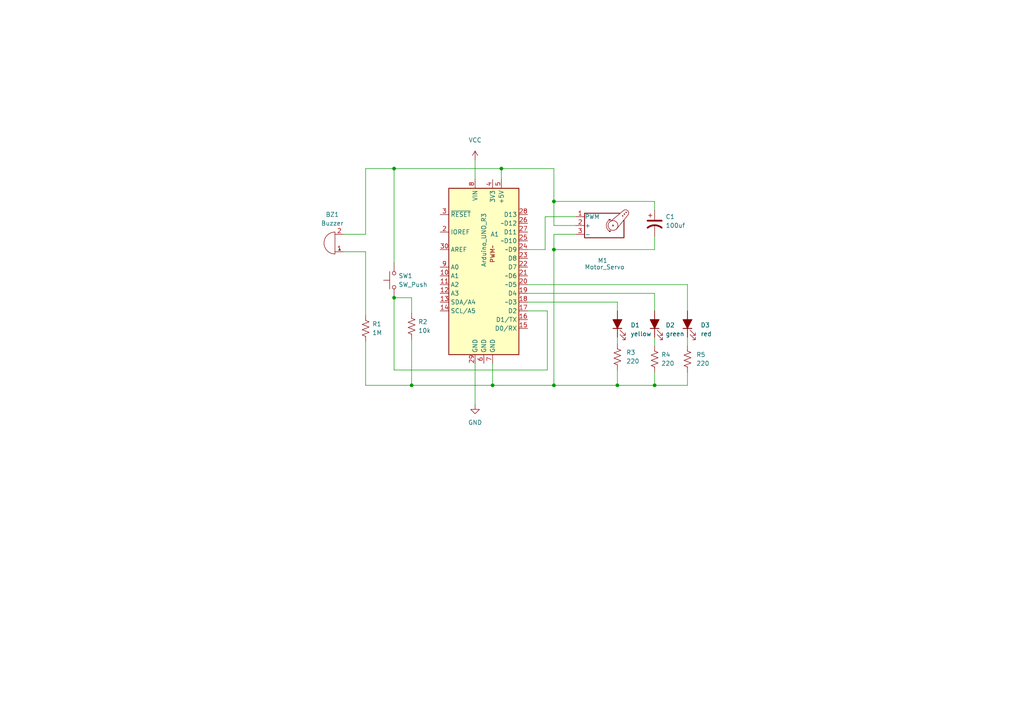
<source format=kicad_sch>
(kicad_sch (version 20211123) (generator eeschema)
  (paper "A4")
  (lib_symbols
    (symbol "Arduino:Arduino_UNO_R3"
      (property "Reference" "A" (at -10.16 23.495 0))
      (property "Value" "Arduino_UNO_R3" (at 5.08 -26.67 0))
      (symbol "Arduino_UNO_R3_0_0"
        (text "PWM~" (at 2.54 3.81 900) (effects (font (size 1.27 1.27))))
      )
      (symbol "Arduino_UNO_R3_0_1"
        (rectangle (start -10.16 22.86) (end 10.16 -25.4) (stroke (width 0.254)) (fill (type background)))
      )
      (symbol "Arduino_UNO_R3_1_1"
        (pin bidirectional line (at -12.7 -2.54 0) (length 2.54) (name "A1") (number "10"))
        (pin bidirectional line (at -12.7 -5.08 0) (length 2.54) (name "A2") (number "11"))
        (pin bidirectional line (at -12.7 -7.62 0) (length 2.54) (name "A3") (number "12"))
        (pin bidirectional line (at -12.7 -10.16 0) (length 2.54) (name "SDA/A4") (number "13"))
        (pin bidirectional line (at -12.7 -12.7 0) (length 2.54) (name "SCL/A5") (number "14"))
        (pin bidirectional line (at 12.7 -17.78 180) (length 2.54) (name "D0/RX") (number "15"))
        (pin bidirectional line (at 12.7 -15.24 180) (length 2.54) (name "D1/TX") (number "16"))
        (pin bidirectional line (at 12.7 -12.7 180) (length 2.54) (name "D2") (number "17"))
        (pin bidirectional line (at 12.7 -10.16 180) (length 2.54) (name "~D3") (number "18"))
        (pin bidirectional line (at 12.7 -7.62 180) (length 2.54) (name "D4") (number "19"))
        (pin output line (at -12.7 10.16 0) (length 2.54) (name "IOREF") (number "2"))
        (pin bidirectional line (at 12.7 -5.08 180) (length 2.54) (name "~D5") (number "20"))
        (pin bidirectional line (at 12.7 -2.54 180) (length 2.54) (name "~D6") (number "21"))
        (pin bidirectional line (at 12.7 0 180) (length 2.54) (name "D7") (number "22"))
        (pin bidirectional line (at 12.7 2.54 180) (length 2.54) (name "D8") (number "23"))
        (pin bidirectional line (at 12.7 5.08 180) (length 2.54) (name "~D9") (number "24"))
        (pin bidirectional line (at 12.7 7.62 180) (length 2.54) (name "~D10") (number "25"))
        (pin bidirectional line (at 12.7 12.7 180) (length 2.54) (name "~D12") (number "26"))
        (pin bidirectional line (at 12.7 10.16 180) (length 2.54) (name "D11") (number "27"))
        (pin bidirectional line (at 12.7 15.24 180) (length 2.54) (name "D13") (number "28"))
        (pin power_in line (at -2.54 -27.94 90) (length 2.54) (name "GND") (number "29"))
        (pin input line (at -12.7 15.24 0) (length 2.54) (name "~{RESET}") (number "3"))
        (pin input line (at -12.7 5.08 0) (length 2.54) (name "AREF") (number "30"))
        (pin power_out line (at 2.54 25.4 270) (length 2.54) (name "3V3") (number "4"))
        (pin power_out line (at 5.08 25.4 270) (length 2.54) (name "+5V") (number "5"))
        (pin power_in line (at 0 -27.94 90) (length 2.54) (name "GND") (number "6"))
        (pin power_in line (at 2.54 -27.94 90) (length 2.54) (name "GND") (number "7"))
        (pin power_in line (at -2.54 25.4 270) (length 2.54) (name "VIN") (number "8"))
        (pin bidirectional line (at -12.7 0 0) (length 2.54) (name "A0") (number "9"))
      )
    )
    (symbol "Device:Buzzer" (pin_names (offset 0.0254) hide)
      (property "Reference" "BZ" (at 3.81 1.27 0))
      (property "Value" "Buzzer" (at 3.81 -1.27 0))
      (symbol "Buzzer_0_1"
        (arc (start 0 -3.175) (mid 3.175 0) (end 0 3.175))
        (polyline (pts (xy -1.651 1.905) (xy -1.143 1.905)))
        (polyline (pts (xy -1.397 2.159) (xy -1.397 1.651)))
        (polyline (pts (xy 0 3.175) (xy 0 -3.175)))
      )
      (symbol "Buzzer_1_1"
        (pin passive line (at -2.54 2.54 0) (length 2.54) (name "-") (number "1"))
        (pin passive line (at -2.54 -2.54 0) (length 2.54) (name "+") (number "2"))
      )
    )
    (symbol "Device:C_Polarized_US" (pin_numbers hide) (pin_names (offset 0.254) hide)
      (property "Reference" "C" (at 0.635 2.54 0))
      (property "Value" "C_Polarized_US" (at 0.635 -2.54 0))
      (symbol "C_Polarized_US_0_1"
        (polyline (pts (xy -2.032 0.762) (xy 2.032 0.762)) (stroke (width 0.508)))
        (polyline (pts (xy -1.778 2.286) (xy -0.762 2.286)))
        (polyline (pts (xy -1.27 1.778) (xy -1.27 2.794)))
        (arc (start 2.032 -1.27) (mid 0 -0.5572) (end -2.032 -1.27) (stroke (width 0.508)))
      )
      (symbol "C_Polarized_US_1_1"
        (pin passive line (at 0 3.81 270) (length 2.794) (name "~") (number "1"))
        (pin passive line (at 0 -3.81 90) (length 3.302) (name "~") (number "2"))
      )
    )
    (symbol "Device:LED_Filled" (pin_numbers hide) (pin_names (offset 1.016) hide)
      (property "Reference" "D" (at 0 2.54 0))
      (property "Value" "LED_Filled" (at 0 -2.54 0))
      (symbol "LED_Filled_0_1"
        (polyline (pts (xy -1.27 -1.27) (xy -1.27 1.27)) (stroke (width 0.254)))
        (polyline (pts (xy -1.27 0) (xy 1.27 0)))
        (polyline (pts (xy 1.27 -1.27) (xy 1.27 1.27) (xy -1.27 0) (xy 1.27 -1.27)) (stroke (width 0.254)) (fill (type outline)))
        (polyline (pts (xy -3.048 -0.762) (xy -4.572 -2.286) (xy -3.81 -2.286) (xy -4.572 -2.286) (xy -4.572 -1.524)))
        (polyline (pts (xy -1.778 -0.762) (xy -3.302 -2.286) (xy -2.54 -2.286) (xy -3.302 -2.286) (xy -3.302 -1.524)))
      )
      (symbol "LED_Filled_1_1"
        (pin passive line (at -3.81 0 0) (length 2.54) (name "K") (number "1"))
        (pin passive line (at 3.81 0 180) (length 2.54) (name "A") (number "2"))
      )
    )
    (symbol "Device:R_US" (pin_numbers hide) (pin_names (offset 0))
      (property "Reference" "R" (at 2.54 0 90))
      (property "Value" "R_US" (at -2.54 0 90))
      (symbol "R_US_0_1"
        (polyline (pts (xy 0 -2.286) (xy 0 -2.54)))
        (polyline (pts (xy 0 2.286) (xy 0 2.54)))
        (polyline (pts (xy 0 -0.762) (xy 1.016 -1.143) (xy 0 -1.524) (xy -1.016 -1.905) (xy 0 -2.286)))
        (polyline (pts (xy 0 0.762) (xy 1.016 0.381) (xy 0 0) (xy -1.016 -0.381) (xy 0 -0.762)))
        (polyline (pts (xy 0 2.286) (xy 1.016 1.905) (xy 0 1.524) (xy -1.016 1.143) (xy 0 0.762)))
      )
      (symbol "R_US_1_1"
        (pin passive line (at 0 3.81 270) (length 1.27) (name "~") (number "1"))
        (pin passive line (at 0 -3.81 90) (length 1.27) (name "~") (number "2"))
      )
    )
    (symbol "Motor:Motor_Servo" (pin_names (offset 0.0254))
      (property "Reference" "M" (at -5.08 4.445 0))
      (property "Value" "Motor_Servo" (at -5.08 -4.064 0))
      (symbol "Motor_Servo_0_1"
        (polyline (pts (xy 2.413 -1.778) (xy 2.032 -1.778)))
        (polyline (pts (xy 2.413 -1.778) (xy 2.286 -1.397)))
        (polyline (pts (xy 2.413 1.778) (xy 1.905 1.778)))
        (polyline (pts (xy 2.413 1.778) (xy 2.286 1.397)))
        (polyline (pts (xy 6.35 4.445) (xy 2.54 1.27)))
        (polyline (pts (xy 7.62 3.175) (xy 4.191 -1.016)))
        (polyline (pts (xy 5.08 3.556) (xy -5.08 3.556) (xy -5.08 -3.556) (xy 6.35 -3.556) (xy 6.35 1.524)) (stroke (width 0.254)))
        (arc (start 2.413 1.778) (mid 1.2406 0) (end 2.413 -1.778))
        (circle (center 3.175 0) (radius 0.1778))
        (circle (center 3.175 0) (radius 1.4224))
        (circle (center 5.969 2.794) (radius 0.127))
        (circle (center 6.477 3.302) (radius 0.127))
        (circle (center 6.985 3.81) (radius 0.127))
        (arc (start 7.62 3.175) (mid 7.4485 4.2735) (end 6.35 4.445))
      )
      (symbol "Motor_Servo_1_1"
        (pin passive line (at -7.62 2.54 0) (length 2.54) (name "PWM") (number "1"))
        (pin passive line (at -7.62 0 0) (length 2.54) (name "+") (number "2"))
        (pin passive line (at -7.62 -2.54 0) (length 2.54) (name "-") (number "3"))
      )
    )
    (symbol "Switch:SW_Push" (pin_numbers hide) (pin_names (offset 1.016) hide)
      (property "Reference" "SW" (at 1.27 2.54 0))
      (property "Value" "SW_Push" (at 0 -1.524 0))
      (symbol "SW_Push_0_1"
        (circle (center -2.032 0) (radius 0.508))
        (polyline (pts (xy 0 1.27) (xy 0 3.048)))
        (polyline (pts (xy 2.54 1.27) (xy -2.54 1.27)))
        (circle (center 2.032 0) (radius 0.508))
        (pin passive line (at -5.08 0 0) (length 2.54) (name "1") (number "1"))
        (pin passive line (at 5.08 0 180) (length 2.54) (name "2") (number "2"))
      )
    )
    (symbol "power:GND" (power) (pin_names (offset 0))
      (property "Value" "GND" (at 0 -3.81 0))
      (symbol "GND_0_1"
        (polyline (pts (xy 0 0) (xy 0 -1.27) (xy 1.27 -1.27) (xy 0 -2.54) (xy -1.27 -1.27) (xy 0 -1.27)))
      )
      (symbol "GND_1_1"
        (pin power_in line (at 0 0 270) (length 0) hide (name "GND") (number "1"))
      )
    )
    (symbol "power:VCC" (power) (pin_names (offset 0))
      (property "Value" "VCC" (at 0 3.81 0))
      (symbol "VCC_0_1"
        (polyline (pts (xy -0.762 1.27) (xy 0 2.54)))
        (polyline (pts (xy 0 0) (xy 0 2.54)))
        (polyline (pts (xy 0 2.54) (xy 0.762 1.27)))
      )
      (symbol "VCC_1_1"
        (pin power_in line (at 0 0 90) (length 0) hide (name "VCC") (number "1"))
      )
    )
  )
  (junction (at 160.655 58.42))
  (junction (at 160.655 111.76))
  (junction (at 114.3 48.895))
  (junction (at 142.875 111.76))
  (junction (at 119.38 111.76))
  (junction (at 179.07 111.76))
  (junction (at 114.3 86.36))
  (junction (at 189.865 111.76))
  (junction (at 160.655 72.39))
  (junction (at 145.415 48.895))
  (wire (pts (xy 142.875 111.76) (xy 142.875 105.41)))
  (wire (pts (xy 158.75 107.315) (xy 158.75 90.17)))
  (wire (pts (xy 189.865 107.95) (xy 189.865 111.76)))
  (wire (pts (xy 160.655 65.405) (xy 167.005 65.405)))
  (wire (pts (xy 167.005 67.945) (xy 160.655 67.945)))
  (wire (pts (xy 199.39 97.79) (xy 199.39 100.33)))
  (wire (pts (xy 119.38 86.36) (xy 114.3 86.36)))
  (wire (pts (xy 189.865 60.96) (xy 189.865 58.42)))
  (wire (pts (xy 114.3 48.895) (xy 145.415 48.895)))
  (wire (pts (xy 160.655 111.76) (xy 142.875 111.76)))
  (wire (pts (xy 179.07 87.63) (xy 179.07 90.17)))
  (wire (pts (xy 189.865 111.76) (xy 179.07 111.76)))
  (wire (pts (xy 160.655 58.42) (xy 160.655 65.405)))
  (wire (pts (xy 158.115 62.865) (xy 158.115 72.39)))
  (wire (pts (xy 145.415 48.895) (xy 160.655 48.895)))
  (wire (pts (xy 179.07 97.79) (xy 179.07 99.695)))
  (wire (pts (xy 137.795 105.41) (xy 137.795 117.475)))
  (wire (pts (xy 153.035 87.63) (xy 179.07 87.63)))
  (wire (pts (xy 106.045 48.895) (xy 114.3 48.895)))
  (wire (pts (xy 199.39 111.76) (xy 189.865 111.76)))
  (wire (pts (xy 106.045 99.06) (xy 106.045 111.76)))
  (wire (pts (xy 189.865 58.42) (xy 160.655 58.42)))
  (wire (pts (xy 179.07 111.76) (xy 160.655 111.76)))
  (wire (pts (xy 137.795 46.355) (xy 137.795 52.07)))
  (wire (pts (xy 189.865 72.39) (xy 160.655 72.39)))
  (wire (pts (xy 106.045 73.025) (xy 106.045 91.44)))
  (wire (pts (xy 189.865 85.09) (xy 189.865 90.17)))
  (wire (pts (xy 167.005 62.865) (xy 158.115 62.865)))
  (wire (pts (xy 99.695 73.025) (xy 106.045 73.025)))
  (wire (pts (xy 106.045 111.76) (xy 119.38 111.76)))
  (wire (pts (xy 99.695 67.945) (xy 106.045 67.945)))
  (wire (pts (xy 119.38 98.425) (xy 119.38 111.76)))
  (wire (pts (xy 160.655 67.945) (xy 160.655 72.39)))
  (wire (pts (xy 145.415 52.07) (xy 145.415 48.895)))
  (wire (pts (xy 153.035 82.55) (xy 199.39 82.55)))
  (wire (pts (xy 160.655 48.895) (xy 160.655 58.42)))
  (wire (pts (xy 119.38 90.805) (xy 119.38 86.36)))
  (wire (pts (xy 114.3 107.315) (xy 158.75 107.315)))
  (wire (pts (xy 199.39 107.95) (xy 199.39 111.76)))
  (wire (pts (xy 106.045 67.945) (xy 106.045 48.895)))
  (wire (pts (xy 189.865 68.58) (xy 189.865 72.39)))
  (wire (pts (xy 114.3 86.36) (xy 114.3 107.315)))
  (wire (pts (xy 119.38 111.76) (xy 142.875 111.76)))
  (wire (pts (xy 158.115 72.39) (xy 153.035 72.39)))
  (wire (pts (xy 153.035 85.09) (xy 189.865 85.09)))
  (wire (pts (xy 114.3 48.895) (xy 114.3 76.2)))
  (wire (pts (xy 179.07 107.315) (xy 179.07 111.76)))
  (wire (pts (xy 189.865 97.79) (xy 189.865 100.33)))
  (wire (pts (xy 199.39 82.55) (xy 199.39 90.17)))
  (wire (pts (xy 160.655 72.39) (xy 160.655 111.76)))
  (wire (pts (xy 158.75 90.17) (xy 153.035 90.17)))
  (symbol (lib_id "Device:R_US") (at 199.39 104.14 0) (unit 1)
    (property "Reference" "R5" (at 201.93 102.8699 0) (effects (justify left)))
    (property "Value" "220" (at 201.93 105.4099 0) (effects (justify left)))
  )
  (symbol (lib_id "Device:LED_Filled") (at 179.07 93.98 90) (unit 1)
    (property "Reference" "D1" (at 182.88 94.2974 90) (effects (justify right)))
    (property "Value" "yellow" (at 182.88 96.8374 90) (effects (justify right)))
  )
  (symbol (lib_id "Arduino:Arduino_UNO_R3") (at 140.335 77.47 0) (unit 1)
    (property "Reference" "A1" (at 142.24 67.945 0) (effects (justify left)))
    (property "Value" "Arduino_UNO_R3" (at 140.335 77.47 90) (effects (justify left)))
    (property "Footprint" "Module:Arduino_UNO_R3" (effects hide))
    (property "Datasheet" "https://www.arduino.cc/en/Main/arduinoBoardUno" (effects hide))
  )
  (symbol (lib_id "power:GND") (at 137.795 117.475 0) (unit 1)
    (property "Reference" "#PWR?" (effects hide))
    (property "Value" "GND" (at 137.795 122.555 0))
  )
  (symbol (lib_id "Switch:SW_Push") (at 114.3 81.28 90) (unit 1)
    (property "Reference" "SW1" (at 115.57 80.0099 90) (effects (justify right)))
    (property "Value" "SW_Push" (at 115.57 82.5499 90) (effects (justify right)))
  )
  (symbol (lib_id "power:VCC") (at 137.795 46.355 0) (unit 1)
    (property "Reference" "#PWR?" (effects hide))
    (property "Value" "VCC" (at 137.795 40.64 0))
  )
  (symbol (lib_id "Device:Buzzer") (at 97.155 70.485 180) (unit 1)
    (property "Reference" "BZ1" (at 96.393 62.23 0))
    (property "Value" "Buzzer" (at 96.393 64.77 0))
  )
  (symbol (lib_id "Device:R_US") (at 179.07 103.505 0) (unit 1)
    (property "Reference" "R3" (at 181.61 102.2349 0) (effects (justify left)))
    (property "Value" "220" (at 181.61 104.7749 0) (effects (justify left)))
  )
  (symbol (lib_id "Device:LED_Filled") (at 189.865 93.98 90) (unit 1)
    (property "Reference" "D2" (at 193.04 94.2974 90) (effects (justify right)))
    (property "Value" "green" (at 193.04 96.8374 90) (effects (justify right)))
  )
  (symbol (lib_id "Device:R_US") (at 106.045 95.25 0) (unit 1)
    (property "Reference" "R1" (at 107.95 93.9799 0) (effects (justify left)))
    (property "Value" "1M" (at 107.95 96.5199 0) (effects (justify left)))
  )
  (symbol (lib_id "Device:C_Polarized_US") (at 189.865 64.77 0) (unit 1)
    (property "Reference" "C1" (at 193.04 62.8649 0) (effects (justify left)))
    (property "Value" "100uf" (at 193.04 65.4049 0) (effects (justify left)))
  )
  (symbol (lib_id "Motor:Motor_Servo") (at 174.625 65.405 0) (unit 1)
    (property "Reference" "M1" (at 173.355 75.565 0) (effects (justify left)))
    (property "Value" "Motor_Servo" (at 169.545 77.47 0) (effects (justify left)))
    (property "Datasheet" "http://forums.parallax.com/uploads/attachments/46831/74481.png" (effects hide))
  )
  (symbol (lib_id "Device:LED_Filled") (at 199.39 93.98 90) (unit 1)
    (property "Reference" "D3" (at 203.2 94.2974 90) (effects (justify right)))
    (property "Value" "red" (at 203.2 96.8374 90) (effects (justify right)))
  )
  (symbol (lib_id "Device:R_US") (at 119.38 94.615 0) (unit 1)
    (property "Reference" "R2" (at 121.285 93.3449 0) (effects (justify left)))
    (property "Value" "10k" (at 121.285 95.8849 0) (effects (justify left)))
  )
  (symbol (lib_id "Device:R_US") (at 189.865 104.14 0) (unit 1)
    (property "Reference" "R4" (at 191.77 102.8699 0) (effects (justify left)))
    (property "Value" "220" (at 191.77 105.4099 0) (effects (justify left)))
  )
)
</source>
